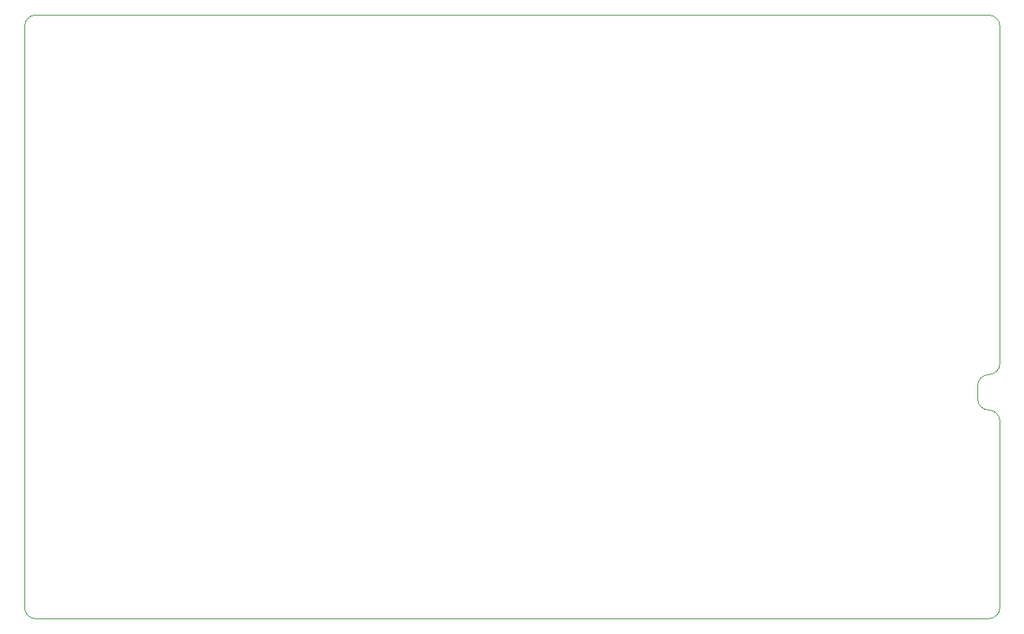
<source format=gbr>
G04 #@! TF.GenerationSoftware,KiCad,Pcbnew,(5.1.2)-2*
G04 #@! TF.CreationDate,2020-12-08T09:44:04+00:00*
G04 #@! TF.ProjectId,Greaseweazle F1 Gotek (USB-A),47726561-7365-4776-9561-7a6c65204631,1*
G04 #@! TF.SameCoordinates,PX6312cb0PY6bcb370*
G04 #@! TF.FileFunction,Profile,NP*
%FSLAX46Y46*%
G04 Gerber Fmt 4.6, Leading zero omitted, Abs format (unit mm)*
G04 Created by KiCad (PCBNEW (5.1.2)-2) date 2020-12-08 09:44:04*
%MOMM*%
%LPD*%
G04 APERTURE LIST*
%ADD10C,0.050000*%
G04 APERTURE END LIST*
D10*
X100424000Y16256000D02*
X100424000Y14732000D01*
X101694000Y13462000D02*
G75*
G02X100424000Y14732000I0J1270000D01*
G01*
X101694000Y13462000D02*
G75*
G02X102964000Y12192000I0J-1270000D01*
G01*
X102964000Y12192000D02*
X102964000Y-9144000D01*
X100424000Y16256000D02*
G75*
G02X101694000Y17526000I1270000J0D01*
G01*
X102964000Y18796000D02*
G75*
G02X101694000Y17526000I-1270000J0D01*
G01*
X-7366000Y-10414000D02*
G75*
G02X-8636000Y-9144000I0J1270000D01*
G01*
X102964000Y-9144000D02*
G75*
G02X101694000Y-10414000I-1270000J0D01*
G01*
X101694000Y58666000D02*
G75*
G02X102964000Y57396000I0J-1270000D01*
G01*
X-8636000Y57404000D02*
G75*
G02X-7366000Y58674000I1270000J0D01*
G01*
X-7366000Y-10414000D02*
X101694000Y-10414000D01*
X102964000Y57396000D02*
X102964000Y18796000D01*
X-7366000Y58674000D02*
X101694000Y58666000D01*
X-8636000Y57404000D02*
X-8636000Y-9144000D01*
M02*

</source>
